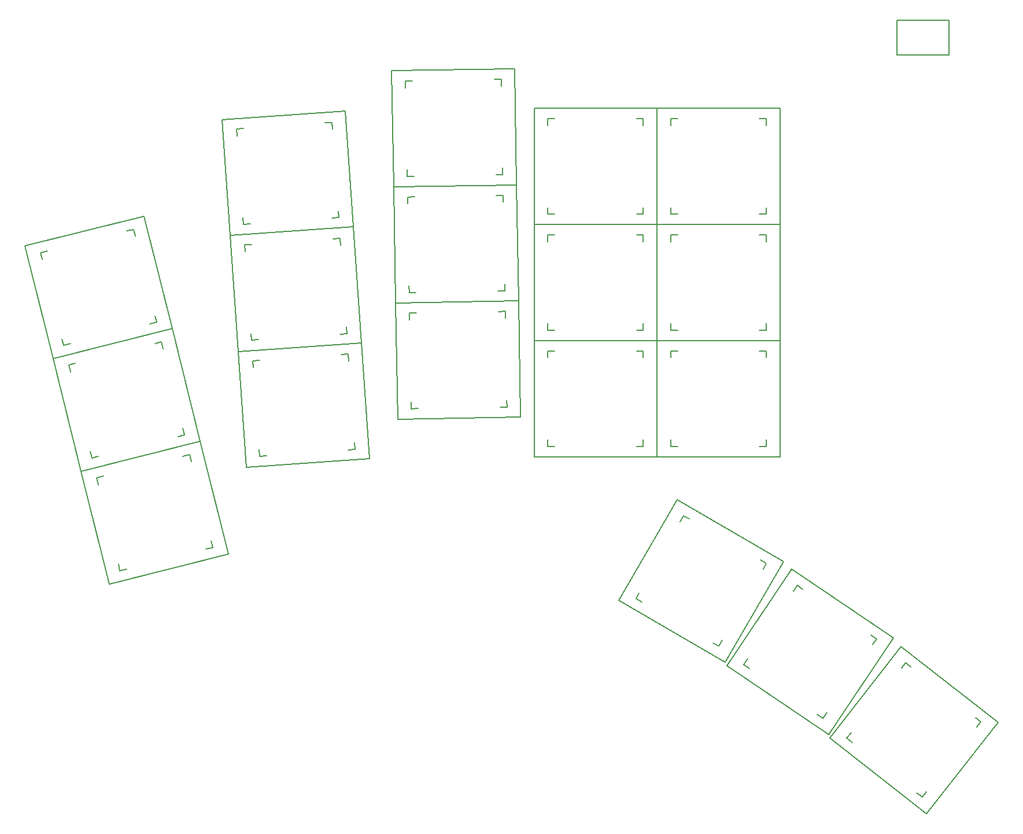
<source format=gbr>
%TF.GenerationSoftware,KiCad,Pcbnew,(6.0.5)*%
%TF.CreationDate,2022-05-07T22:58:46-04:00*%
%TF.ProjectId,main,6d61696e-2e6b-4696-9361-645f70636258,VERSION_HERE*%
%TF.SameCoordinates,Original*%
%TF.FileFunction,OtherDrawing,Comment*%
%FSLAX46Y46*%
G04 Gerber Fmt 4.6, Leading zero omitted, Abs format (unit mm)*
G04 Created by KiCad (PCBNEW (6.0.5)) date 2022-05-07 22:58:46*
%MOMM*%
%LPD*%
G01*
G04 APERTURE LIST*
%ADD10C,0.150000*%
G04 APERTURE END LIST*
D10*
%TO.C,S16*%
X208980289Y-137276251D02*
X208997742Y-138276099D01*
X194772993Y-125522413D02*
X194755540Y-124522565D01*
X192729666Y-123057698D02*
X210726925Y-122743555D01*
X210726925Y-122743555D02*
X211023616Y-139740966D01*
X208753408Y-124278231D02*
X207753560Y-124295684D01*
X207997894Y-138293551D02*
X208997742Y-138276099D01*
X193026357Y-140055109D02*
X192729666Y-123057698D01*
X195755388Y-124505113D02*
X194755540Y-124522565D01*
X194999874Y-138520433D02*
X195999722Y-138502980D01*
X208753408Y-124278231D02*
X208770860Y-125278079D01*
X211023616Y-139740966D02*
X193026357Y-140055109D01*
X194999874Y-138520433D02*
X194982422Y-137520585D01*
%TO.C,S35*%
X270745945Y-214798740D02*
X256561752Y-203716833D01*
X268468537Y-193349651D02*
X267680526Y-192733989D01*
X269305405Y-211769739D02*
X270093416Y-212385401D01*
X267027997Y-190320650D02*
X281212190Y-201402557D01*
X278712677Y-201353250D02*
X278097015Y-202141261D01*
X267064865Y-193522000D02*
X267680526Y-192733989D01*
X281212190Y-201402557D02*
X270745945Y-214798740D01*
X259061265Y-203766140D02*
X259676927Y-202978129D01*
X259061265Y-203766140D02*
X259849276Y-204381801D01*
X278712677Y-201353250D02*
X277924666Y-200737589D01*
X256561752Y-203716833D02*
X267027997Y-190320650D01*
X270709077Y-211597390D02*
X270093416Y-212385401D01*
%TO.C,S28*%
X247275000Y-130046781D02*
X247275000Y-131046781D01*
X231275000Y-145546781D02*
X231275000Y-128546781D01*
X233275000Y-144046781D02*
X233275000Y-143046781D01*
X249275000Y-128546781D02*
X249275000Y-145546781D01*
X247275000Y-130046781D02*
X246275000Y-130046781D01*
X233275000Y-144046781D02*
X234275000Y-144046781D01*
X246275000Y-144046781D02*
X247275000Y-144046781D01*
X247275000Y-143046781D02*
X247275000Y-144046781D01*
X233275000Y-131046781D02*
X233275000Y-130046781D01*
X249275000Y-145546781D02*
X231275000Y-145546781D01*
X234275000Y-130046781D02*
X233275000Y-130046781D01*
X231275000Y-128546781D02*
X249275000Y-128546781D01*
%TO.C,S12*%
X186777427Y-128923271D02*
X168821275Y-130178888D01*
X169804934Y-115574696D02*
X169735177Y-114577132D01*
X185591567Y-111964682D02*
X186777427Y-128923271D01*
X170711768Y-128543029D02*
X171709332Y-128473272D01*
X170732741Y-114507375D02*
X169735177Y-114577132D01*
X170711768Y-128543029D02*
X170642011Y-127545465D01*
X183680101Y-127636195D02*
X184677665Y-127566438D01*
X167635415Y-113220299D02*
X185591567Y-111964682D01*
X168821275Y-130178888D02*
X167635415Y-113220299D01*
X184607908Y-126568874D02*
X184677665Y-127566438D01*
X183701074Y-113600541D02*
X182703510Y-113670298D01*
X183701074Y-113600541D02*
X183770831Y-114598105D01*
%TO.C,S30*%
X231275000Y-128546781D02*
X231275000Y-111546781D01*
X233275000Y-127046781D02*
X233275000Y-126046781D01*
X231275000Y-111546781D02*
X249275000Y-111546781D01*
X233275000Y-114046781D02*
X233275000Y-113046781D01*
X234275000Y-113046781D02*
X233275000Y-113046781D01*
X247275000Y-113046781D02*
X247275000Y-114046781D01*
X249275000Y-111546781D02*
X249275000Y-128546781D01*
X247275000Y-113046781D02*
X246275000Y-113046781D01*
X246275000Y-127046781D02*
X247275000Y-127046781D01*
X233275000Y-127046781D02*
X234275000Y-127046781D01*
X249275000Y-128546781D02*
X231275000Y-128546781D01*
X247275000Y-126046781D02*
X247275000Y-127046781D01*
%TO.C,S33*%
X256142556Y-199994568D02*
X255583363Y-200823605D01*
X243976837Y-192994905D02*
X244536030Y-192165867D01*
X265908928Y-189091909D02*
X256402648Y-203185547D01*
X252634575Y-181947572D02*
X251805537Y-181388379D01*
X251246344Y-182217416D02*
X251805537Y-181388379D01*
X241479972Y-193120075D02*
X250986252Y-179026437D01*
X250986252Y-179026437D02*
X265908928Y-189091909D01*
X263412063Y-189217079D02*
X262583026Y-188657886D01*
X254754325Y-200264412D02*
X255583363Y-200823605D01*
X243976837Y-192994905D02*
X244805874Y-193554098D01*
X256402648Y-203185547D02*
X241479972Y-193120075D01*
X263412063Y-189217079D02*
X262852870Y-190046117D01*
%TO.C,S11*%
X183701074Y-113600541D02*
X183770831Y-114598105D01*
X170711768Y-128543029D02*
X171709332Y-128473272D01*
X185591567Y-111964682D02*
X186777427Y-128923271D01*
X167635415Y-113220299D02*
X185591567Y-111964682D01*
X184607908Y-126568874D02*
X184677665Y-127566438D01*
X183701074Y-113600541D02*
X182703510Y-113670298D01*
X170732741Y-114507375D02*
X169735177Y-114577132D01*
X183680101Y-127636195D02*
X184677665Y-127566438D01*
X170711768Y-128543029D02*
X170642011Y-127545465D01*
X168821275Y-130178888D02*
X167635415Y-113220299D01*
X169804934Y-115574696D02*
X169735177Y-114577132D01*
X186777427Y-128923271D02*
X168821275Y-130178888D01*
%TO.C,S15*%
X208753408Y-124278231D02*
X208770860Y-125278079D01*
X193026357Y-140055109D02*
X192729666Y-123057698D01*
X195755388Y-124505113D02*
X194755540Y-124522565D01*
X208753408Y-124278231D02*
X207753560Y-124295684D01*
X207997894Y-138293551D02*
X208997742Y-138276099D01*
X210726925Y-122743555D02*
X211023616Y-139740966D01*
X194999874Y-138520433D02*
X195999722Y-138502980D01*
X194772993Y-125522413D02*
X194755540Y-124522565D01*
X211023616Y-139740966D02*
X193026357Y-140055109D01*
X194999874Y-138520433D02*
X194982422Y-137520585D01*
X192729666Y-123057698D02*
X210726925Y-122743555D01*
X208980289Y-137276251D02*
X208997742Y-138276099D01*
%TO.C,S31*%
X225695738Y-183601183D02*
X234195738Y-168878751D01*
X239436119Y-189802145D02*
X240302145Y-190302145D01*
X228177789Y-183302145D02*
X229043815Y-183802145D01*
X234677789Y-172043815D02*
X235177789Y-171177789D01*
X241284196Y-192601183D02*
X225695738Y-183601183D01*
X236043815Y-171677789D02*
X235177789Y-171177789D01*
X240802145Y-189436119D02*
X240302145Y-190302145D01*
X249784196Y-177878751D02*
X241284196Y-192601183D01*
X228177789Y-183302145D02*
X228677789Y-182436119D01*
X247302145Y-178177789D02*
X246802145Y-179043815D01*
X247302145Y-178177789D02*
X246436119Y-177677789D01*
X234195738Y-168878751D02*
X249784196Y-177878751D01*
%TO.C,S8*%
X186051821Y-161553372D02*
X187049385Y-161483615D01*
X172176654Y-149491873D02*
X172106897Y-148494309D01*
X186072794Y-147517718D02*
X186142551Y-148515282D01*
X173104461Y-148424552D02*
X172106897Y-148494309D01*
X170007135Y-147137476D02*
X187963287Y-145881859D01*
X187963287Y-145881859D02*
X189149147Y-162840448D01*
X173083488Y-162460206D02*
X173013731Y-161462642D01*
X171192995Y-164096065D02*
X170007135Y-147137476D01*
X186979628Y-160486051D02*
X187049385Y-161483615D01*
X186072794Y-147517718D02*
X185075230Y-147587475D01*
X189149147Y-162840448D02*
X171192995Y-164096065D01*
X173083488Y-162460206D02*
X174081052Y-162390449D01*
%TO.C,S9*%
X187963287Y-145881860D02*
X170007135Y-147137477D01*
X184865961Y-144594784D02*
X185863525Y-144525027D01*
X170990794Y-132533285D02*
X170921037Y-131535721D01*
X171918601Y-131465964D02*
X170921037Y-131535721D01*
X171897628Y-145501618D02*
X171827871Y-144504054D01*
X170007135Y-147137477D02*
X168821275Y-130178888D01*
X184886934Y-130559130D02*
X183889370Y-130628887D01*
X186777427Y-128923271D02*
X187963287Y-145881860D01*
X184886934Y-130559130D02*
X184956691Y-131556694D01*
X168821275Y-130178888D02*
X186777427Y-128923271D01*
X171897628Y-145501618D02*
X172895192Y-145431861D01*
X185793768Y-143527463D02*
X185863525Y-144525027D01*
%TO.C,S1*%
X168528965Y-176810184D02*
X151063642Y-181164778D01*
X165255195Y-176080506D02*
X166225490Y-175838584D01*
X164416292Y-160315156D02*
X168528965Y-176810184D01*
X165983568Y-174868288D02*
X166225490Y-175838584D01*
X150224739Y-165399428D02*
X149254444Y-165641350D01*
X146950969Y-164669750D02*
X164416292Y-160315156D01*
X152641350Y-179225490D02*
X152399428Y-178255195D01*
X162838584Y-162254444D02*
X161868288Y-162496366D01*
X152641350Y-179225490D02*
X153611646Y-178983568D01*
X149496366Y-166611646D02*
X149254444Y-165641350D01*
X151063642Y-181164778D02*
X146950969Y-164669750D01*
X162838584Y-162254444D02*
X163080506Y-163224739D01*
%TO.C,S20*%
X228275000Y-161046781D02*
X229275000Y-161046781D01*
X231275000Y-162546781D02*
X213275000Y-162546781D01*
X229275000Y-160046781D02*
X229275000Y-161046781D01*
X229275000Y-147046781D02*
X228275000Y-147046781D01*
X216275000Y-147046781D02*
X215275000Y-147046781D01*
X213275000Y-145546781D02*
X231275000Y-145546781D01*
X231275000Y-145546781D02*
X231275000Y-162546781D01*
X215275000Y-161046781D02*
X215275000Y-160046781D01*
X215275000Y-161046781D02*
X216275000Y-161046781D01*
X213275000Y-162546781D02*
X213275000Y-145546781D01*
X215275000Y-148046781D02*
X215275000Y-147046781D01*
X229275000Y-147046781D02*
X229275000Y-148046781D01*
%TO.C,S5*%
X156190947Y-127325101D02*
X160303620Y-143820129D01*
X144416005Y-146235435D02*
X145386301Y-145993513D01*
X154613239Y-129264389D02*
X154855161Y-130234684D01*
X160303620Y-143820129D02*
X142838297Y-148174723D01*
X157029850Y-143090451D02*
X158000145Y-142848529D01*
X138725624Y-131679695D02*
X156190947Y-127325101D01*
X154613239Y-129264389D02*
X153642943Y-129506311D01*
X157758223Y-141878233D02*
X158000145Y-142848529D01*
X142838297Y-148174723D02*
X138725624Y-131679695D01*
X144416005Y-146235435D02*
X144174083Y-145265140D01*
X141271021Y-133621591D02*
X141029099Y-132651295D01*
X141999394Y-132409373D02*
X141029099Y-132651295D01*
%TO.C,S27*%
X234275000Y-130046781D02*
X233275000Y-130046781D01*
X247275000Y-130046781D02*
X246275000Y-130046781D01*
X247275000Y-130046781D02*
X247275000Y-131046781D01*
X249275000Y-145546781D02*
X231275000Y-145546781D01*
X249275000Y-128546781D02*
X249275000Y-145546781D01*
X246275000Y-144046781D02*
X247275000Y-144046781D01*
X233275000Y-131046781D02*
X233275000Y-130046781D01*
X233275000Y-144046781D02*
X234275000Y-144046781D01*
X231275000Y-145546781D02*
X231275000Y-128546781D01*
X233275000Y-144046781D02*
X233275000Y-143046781D01*
X247275000Y-143046781D02*
X247275000Y-144046781D01*
X231275000Y-128546781D02*
X249275000Y-128546781D01*
%TO.C,S14*%
X195296565Y-155517844D02*
X196296413Y-155500391D01*
X211320307Y-156738377D02*
X193323048Y-157052520D01*
X209050099Y-141275642D02*
X209067551Y-142275490D01*
X196052079Y-141502524D02*
X195052231Y-141519976D01*
X209276980Y-154273662D02*
X209294433Y-155273510D01*
X193323048Y-157052520D02*
X193026357Y-140055109D01*
X211023616Y-139740966D02*
X211320307Y-156738377D01*
X209050099Y-141275642D02*
X208050251Y-141293095D01*
X193026357Y-140055109D02*
X211023616Y-139740966D01*
X208294585Y-155290962D02*
X209294433Y-155273510D01*
X195296565Y-155517844D02*
X195279113Y-154517996D01*
X195069684Y-142519824D02*
X195052231Y-141519976D01*
%TO.C,S22*%
X215275000Y-144046781D02*
X215275000Y-143046781D01*
X231275000Y-145546781D02*
X213275000Y-145546781D01*
X231275000Y-128546781D02*
X231275000Y-145546781D01*
X213275000Y-128546781D02*
X231275000Y-128546781D01*
X228275000Y-144046781D02*
X229275000Y-144046781D01*
X215275000Y-144046781D02*
X216275000Y-144046781D01*
X215275000Y-131046781D02*
X215275000Y-130046781D01*
X213275000Y-145546781D02*
X213275000Y-128546781D01*
X229275000Y-130046781D02*
X229275000Y-131046781D01*
X229275000Y-143046781D02*
X229275000Y-144046781D01*
X229275000Y-130046781D02*
X228275000Y-130046781D01*
X216275000Y-130046781D02*
X215275000Y-130046781D01*
%TO.C,MCU1*%
X266429967Y-98685967D02*
X274049967Y-98685967D01*
X274049967Y-98685967D02*
X274049967Y-103765967D01*
X266429967Y-103765967D02*
X266429967Y-98685967D01*
X274049967Y-103765967D02*
X266429967Y-103765967D01*
%TO.C,S13*%
X211320307Y-156738377D02*
X193323048Y-157052520D01*
X209050099Y-141275642D02*
X208050251Y-141293095D01*
X209276980Y-154273662D02*
X209294433Y-155273510D01*
X196052079Y-141502524D02*
X195052231Y-141519976D01*
X209050099Y-141275642D02*
X209067551Y-142275490D01*
X195296565Y-155517844D02*
X195279113Y-154517996D01*
X195069684Y-142519824D02*
X195052231Y-141519976D01*
X193026357Y-140055109D02*
X211023616Y-139740966D01*
X211023616Y-139740966D02*
X211320307Y-156738377D01*
X195296565Y-155517844D02*
X196296413Y-155500391D01*
X193323048Y-157052520D02*
X193026357Y-140055109D01*
X208294585Y-155290962D02*
X209294433Y-155273510D01*
%TO.C,S3*%
X161142523Y-159585479D02*
X162112818Y-159343557D01*
X160303620Y-143820129D02*
X164416293Y-160315157D01*
X145383694Y-150116619D02*
X145141772Y-149146323D01*
X142838297Y-148174723D02*
X160303620Y-143820129D01*
X158725912Y-145759417D02*
X158967834Y-146729712D01*
X146950970Y-164669751D02*
X142838297Y-148174723D01*
X164416293Y-160315157D02*
X146950970Y-164669751D01*
X148528678Y-162730463D02*
X148286756Y-161760168D01*
X148528678Y-162730463D02*
X149498974Y-162488541D01*
X158725912Y-145759417D02*
X157755616Y-146001339D01*
X146112067Y-148904401D02*
X145141772Y-149146323D01*
X161870896Y-158373261D02*
X162112818Y-159343557D01*
%TO.C,S7*%
X186072794Y-147517718D02*
X186142551Y-148515282D01*
X186979628Y-160486051D02*
X187049385Y-161483615D01*
X170007135Y-147137476D02*
X187963287Y-145881859D01*
X171192995Y-164096065D02*
X170007135Y-147137476D01*
X173083488Y-162460206D02*
X173013731Y-161462642D01*
X173104461Y-148424552D02*
X172106897Y-148494309D01*
X186051821Y-161553372D02*
X187049385Y-161483615D01*
X187963287Y-145881859D02*
X189149147Y-162840448D01*
X189149147Y-162840448D02*
X171192995Y-164096065D01*
X186072794Y-147517718D02*
X185075230Y-147587475D01*
X172176654Y-149491873D02*
X172106897Y-148494309D01*
X173083488Y-162460206D02*
X174081052Y-162390449D01*
%TO.C,S4*%
X164416293Y-160315157D02*
X146950970Y-164669751D01*
X161142523Y-159585479D02*
X162112818Y-159343557D01*
X148528678Y-162730463D02*
X149498974Y-162488541D01*
X160303620Y-143820129D02*
X164416293Y-160315157D01*
X158725912Y-145759417D02*
X158967834Y-146729712D01*
X158725912Y-145759417D02*
X157755616Y-146001339D01*
X142838297Y-148174723D02*
X160303620Y-143820129D01*
X148528678Y-162730463D02*
X148286756Y-161760168D01*
X146950970Y-164669751D02*
X142838297Y-148174723D01*
X146112067Y-148904401D02*
X145141772Y-149146323D01*
X161870896Y-158373261D02*
X162112818Y-159343557D01*
X145383694Y-150116619D02*
X145141772Y-149146323D01*
%TO.C,S29*%
X233275000Y-114046781D02*
X233275000Y-113046781D01*
X247275000Y-113046781D02*
X246275000Y-113046781D01*
X234275000Y-113046781D02*
X233275000Y-113046781D01*
X247275000Y-113046781D02*
X247275000Y-114046781D01*
X249275000Y-111546781D02*
X249275000Y-128546781D01*
X233275000Y-127046781D02*
X233275000Y-126046781D01*
X231275000Y-128546781D02*
X231275000Y-111546781D01*
X247275000Y-126046781D02*
X247275000Y-127046781D01*
X246275000Y-127046781D02*
X247275000Y-127046781D01*
X233275000Y-127046781D02*
X234275000Y-127046781D01*
X249275000Y-128546781D02*
X231275000Y-128546781D01*
X231275000Y-111546781D02*
X249275000Y-111546781D01*
%TO.C,S17*%
X210726925Y-122743556D02*
X192729666Y-123057699D01*
X192432975Y-106060288D02*
X210430234Y-105746145D01*
X194703183Y-121523023D02*
X195703031Y-121505570D01*
X208683598Y-120278841D02*
X208701051Y-121278689D01*
X208456717Y-107280821D02*
X208474169Y-108280669D01*
X192729666Y-123057699D02*
X192432975Y-106060288D01*
X195458697Y-107507703D02*
X194458849Y-107525155D01*
X194476302Y-108525003D02*
X194458849Y-107525155D01*
X194703183Y-121523023D02*
X194685731Y-120523175D01*
X207701203Y-121296141D02*
X208701051Y-121278689D01*
X210430234Y-105746145D02*
X210726925Y-122743556D01*
X208456717Y-107280821D02*
X207456869Y-107298274D01*
%TO.C,S25*%
X249275000Y-145546781D02*
X249275000Y-162546781D01*
X247275000Y-160046781D02*
X247275000Y-161046781D01*
X246275000Y-161046781D02*
X247275000Y-161046781D01*
X234275000Y-147046781D02*
X233275000Y-147046781D01*
X247275000Y-147046781D02*
X246275000Y-147046781D01*
X231275000Y-145546781D02*
X249275000Y-145546781D01*
X233275000Y-161046781D02*
X233275000Y-160046781D01*
X233275000Y-148046781D02*
X233275000Y-147046781D01*
X247275000Y-147046781D02*
X247275000Y-148046781D01*
X233275000Y-161046781D02*
X234275000Y-161046781D01*
X231275000Y-162546781D02*
X231275000Y-145546781D01*
X249275000Y-162546781D02*
X231275000Y-162546781D01*
%TO.C,S19*%
X229275000Y-147046781D02*
X228275000Y-147046781D01*
X215275000Y-148046781D02*
X215275000Y-147046781D01*
X231275000Y-145546781D02*
X231275000Y-162546781D01*
X213275000Y-145546781D02*
X231275000Y-145546781D01*
X215275000Y-161046781D02*
X216275000Y-161046781D01*
X229275000Y-147046781D02*
X229275000Y-148046781D01*
X215275000Y-161046781D02*
X215275000Y-160046781D01*
X228275000Y-161046781D02*
X229275000Y-161046781D01*
X216275000Y-147046781D02*
X215275000Y-147046781D01*
X231275000Y-162546781D02*
X213275000Y-162546781D01*
X229275000Y-160046781D02*
X229275000Y-161046781D01*
X213275000Y-162546781D02*
X213275000Y-145546781D01*
%TO.C,S26*%
X249275000Y-162546781D02*
X231275000Y-162546781D01*
X231275000Y-145546781D02*
X249275000Y-145546781D01*
X233275000Y-161046781D02*
X234275000Y-161046781D01*
X246275000Y-161046781D02*
X247275000Y-161046781D01*
X233275000Y-148046781D02*
X233275000Y-147046781D01*
X231275000Y-162546781D02*
X231275000Y-145546781D01*
X233275000Y-161046781D02*
X233275000Y-160046781D01*
X247275000Y-147046781D02*
X246275000Y-147046781D01*
X247275000Y-147046781D02*
X247275000Y-148046781D01*
X247275000Y-160046781D02*
X247275000Y-161046781D01*
X234275000Y-147046781D02*
X233275000Y-147046781D01*
X249275000Y-145546781D02*
X249275000Y-162546781D01*
%TO.C,S2*%
X150224739Y-165399428D02*
X149254444Y-165641350D01*
X162838584Y-162254444D02*
X161868288Y-162496366D01*
X165255195Y-176080506D02*
X166225490Y-175838584D01*
X149496366Y-166611646D02*
X149254444Y-165641350D01*
X168528965Y-176810184D02*
X151063642Y-181164778D01*
X164416292Y-160315156D02*
X168528965Y-176810184D01*
X152641350Y-179225490D02*
X152399428Y-178255195D01*
X151063642Y-181164778D02*
X146950969Y-164669750D01*
X162838584Y-162254444D02*
X163080506Y-163224739D01*
X146950969Y-164669750D02*
X164416292Y-160315156D01*
X165983568Y-174868288D02*
X166225490Y-175838584D01*
X152641350Y-179225490D02*
X153611646Y-178983568D01*
%TO.C,S21*%
X213275000Y-145546781D02*
X213275000Y-128546781D01*
X215275000Y-144046781D02*
X216275000Y-144046781D01*
X215275000Y-144046781D02*
X215275000Y-143046781D01*
X228275000Y-144046781D02*
X229275000Y-144046781D01*
X229275000Y-130046781D02*
X229275000Y-131046781D01*
X215275000Y-131046781D02*
X215275000Y-130046781D01*
X216275000Y-130046781D02*
X215275000Y-130046781D01*
X231275000Y-145546781D02*
X213275000Y-145546781D01*
X231275000Y-128546781D02*
X231275000Y-145546781D01*
X229275000Y-130046781D02*
X228275000Y-130046781D01*
X229275000Y-143046781D02*
X229275000Y-144046781D01*
X213275000Y-128546781D02*
X231275000Y-128546781D01*
%TO.C,S34*%
X243976837Y-192994905D02*
X244536030Y-192165867D01*
X263412063Y-189217079D02*
X262583026Y-188657886D01*
X263412063Y-189217079D02*
X262852870Y-190046117D01*
X251246344Y-182217416D02*
X251805537Y-181388379D01*
X243976837Y-192994905D02*
X244805874Y-193554098D01*
X256142556Y-199994568D02*
X255583363Y-200823605D01*
X254754325Y-200264412D02*
X255583363Y-200823605D01*
X265908928Y-189091909D02*
X256402648Y-203185547D01*
X241479972Y-193120075D02*
X250986252Y-179026437D01*
X250986252Y-179026437D02*
X265908928Y-189091909D01*
X256402648Y-203185547D02*
X241479972Y-193120075D01*
X252634575Y-181947572D02*
X251805537Y-181388379D01*
%TO.C,S36*%
X269305405Y-211769739D02*
X270093416Y-212385401D01*
X270709077Y-211597390D02*
X270093416Y-212385401D01*
X267064865Y-193522000D02*
X267680526Y-192733989D01*
X268468537Y-193349651D02*
X267680526Y-192733989D01*
X278712677Y-201353250D02*
X278097015Y-202141261D01*
X281212190Y-201402557D02*
X270745945Y-214798740D01*
X278712677Y-201353250D02*
X277924666Y-200737589D01*
X256561752Y-203716833D02*
X267027997Y-190320650D01*
X259061265Y-203766140D02*
X259676927Y-202978129D01*
X259061265Y-203766140D02*
X259849276Y-204381801D01*
X270745945Y-214798740D02*
X256561752Y-203716833D01*
X267027997Y-190320650D02*
X281212190Y-201402557D01*
%TO.C,S18*%
X208683598Y-120278841D02*
X208701051Y-121278689D01*
X192729666Y-123057699D02*
X192432975Y-106060288D01*
X194703183Y-121523023D02*
X195703031Y-121505570D01*
X195458697Y-107507703D02*
X194458849Y-107525155D01*
X210726925Y-122743556D02*
X192729666Y-123057699D01*
X208456717Y-107280821D02*
X208474169Y-108280669D01*
X210430234Y-105746145D02*
X210726925Y-122743556D01*
X194476302Y-108525003D02*
X194458849Y-107525155D01*
X208456717Y-107280821D02*
X207456869Y-107298274D01*
X192432975Y-106060288D02*
X210430234Y-105746145D01*
X207701203Y-121296141D02*
X208701051Y-121278689D01*
X194703183Y-121523023D02*
X194685731Y-120523175D01*
%TO.C,S23*%
X215275000Y-127046781D02*
X215275000Y-126046781D01*
X229275000Y-113046781D02*
X228275000Y-113046781D01*
X213275000Y-111546781D02*
X231275000Y-111546781D01*
X228275000Y-127046781D02*
X229275000Y-127046781D01*
X231275000Y-111546781D02*
X231275000Y-128546781D01*
X213275000Y-128546781D02*
X213275000Y-111546781D01*
X229275000Y-113046781D02*
X229275000Y-114046781D01*
X215275000Y-127046781D02*
X216275000Y-127046781D01*
X229275000Y-126046781D02*
X229275000Y-127046781D01*
X231275000Y-128546781D02*
X213275000Y-128546781D01*
X216275000Y-113046781D02*
X215275000Y-113046781D01*
X215275000Y-114046781D02*
X215275000Y-113046781D01*
%TO.C,S10*%
X171918601Y-131465964D02*
X170921037Y-131535721D01*
X170007135Y-147137477D02*
X168821275Y-130178888D01*
X171897628Y-145501618D02*
X172895192Y-145431861D01*
X185793768Y-143527463D02*
X185863525Y-144525027D01*
X184865961Y-144594784D02*
X185863525Y-144525027D01*
X184886934Y-130559130D02*
X184956691Y-131556694D01*
X187963287Y-145881860D02*
X170007135Y-147137477D01*
X184886934Y-130559130D02*
X183889370Y-130628887D01*
X171897628Y-145501618D02*
X171827871Y-144504054D01*
X186777427Y-128923271D02*
X187963287Y-145881860D01*
X168821275Y-130178888D02*
X186777427Y-128923271D01*
X170990794Y-132533285D02*
X170921037Y-131535721D01*
%TO.C,S32*%
X234195738Y-168878751D02*
X249784196Y-177878751D01*
X247302145Y-178177789D02*
X246802145Y-179043815D01*
X239436119Y-189802145D02*
X240302145Y-190302145D01*
X225695738Y-183601183D02*
X234195738Y-168878751D01*
X228177789Y-183302145D02*
X228677789Y-182436119D01*
X234677789Y-172043815D02*
X235177789Y-171177789D01*
X236043815Y-171677789D02*
X235177789Y-171177789D01*
X247302145Y-178177789D02*
X246436119Y-177677789D01*
X240802145Y-189436119D02*
X240302145Y-190302145D01*
X241284196Y-192601183D02*
X225695738Y-183601183D01*
X249784196Y-177878751D02*
X241284196Y-192601183D01*
X228177789Y-183302145D02*
X229043815Y-183802145D01*
%TO.C,S24*%
X231275000Y-111546781D02*
X231275000Y-128546781D01*
X229275000Y-113046781D02*
X228275000Y-113046781D01*
X213275000Y-128546781D02*
X213275000Y-111546781D01*
X229275000Y-113046781D02*
X229275000Y-114046781D01*
X229275000Y-126046781D02*
X229275000Y-127046781D01*
X215275000Y-114046781D02*
X215275000Y-113046781D01*
X215275000Y-127046781D02*
X216275000Y-127046781D01*
X228275000Y-127046781D02*
X229275000Y-127046781D01*
X213275000Y-111546781D02*
X231275000Y-111546781D01*
X215275000Y-127046781D02*
X215275000Y-126046781D01*
X216275000Y-113046781D02*
X215275000Y-113046781D01*
X231275000Y-128546781D02*
X213275000Y-128546781D01*
%TO.C,S6*%
X154613239Y-129264389D02*
X154855161Y-130234684D01*
X154613239Y-129264389D02*
X153642943Y-129506311D01*
X156190947Y-127325101D02*
X160303620Y-143820129D01*
X144416005Y-146235435D02*
X144174083Y-145265140D01*
X141271021Y-133621591D02*
X141029099Y-132651295D01*
X141999394Y-132409373D02*
X141029099Y-132651295D01*
X142838297Y-148174723D02*
X138725624Y-131679695D01*
X157758223Y-141878233D02*
X158000145Y-142848529D01*
X160303620Y-143820129D02*
X142838297Y-148174723D01*
X144416005Y-146235435D02*
X145386301Y-145993513D01*
X138725624Y-131679695D02*
X156190947Y-127325101D01*
X157029850Y-143090451D02*
X158000145Y-142848529D01*
%TD*%
M02*

</source>
